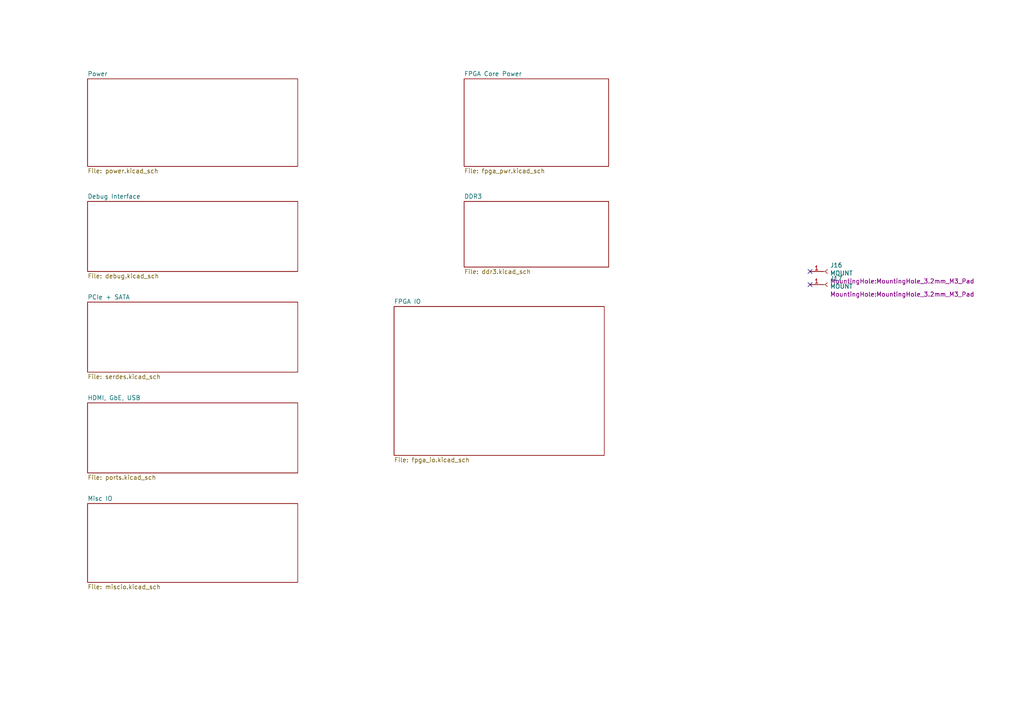
<source format=kicad_sch>
(kicad_sch (version 20211123) (generator eeschema)
  (paper "A4")
  (title_block (title "TrellisBoard") (date "2018-11-20") (rev "1.0") (company "David Shah"))
  (lib_symbols
    (symbol "Connector:Conn_01x01_Female" (pin_names (offset 1.016) hide)
      (property "Reference" "J" (at 0 2.54 0))
      (property "Value" "Conn_01x01_Female" (at 0 -2.54 0))
      (symbol "Conn_01x01_Female_1_1"
        (polyline (pts (xy -1.27 0) (xy -0.508 0)) (stroke (width 0.1524)))
        (arc (start 0 0.508) (mid -0.508 0) (end 0 -0.508) (stroke (width 0.1524)))
        (pin passive line (at -5.08 0 0) (length 3.81) (name "Pin_1") (number "1"))
      )
    )
  )
  (no_connect (at 234.95 82.55))
  (no_connect (at 234.95 78.74))
  (symbol (lib_id "Connector:Conn_01x01_Female") (at 240.03 78.74 0) (unit 1)
    (property "Reference" "J16" (at 240.7412 76.9366 0) (effects (justify left)))
    (property "Value" "MOUNT" (at 240.7412 79.248 0) (effects (justify left)))
    (property "Footprint" "MountingHole:MountingHole_3.2mm_M3_Pad" (at 240.7412 81.5594 0) (effects (justify left)))
  )
  (symbol (lib_id "Connector:Conn_01x01_Female") (at 240.03 82.55 0) (unit 1)
    (property "Reference" "J17" (at 240.7412 80.7466 0) (effects (justify left)))
    (property "Value" "MOUNT" (at 240.7412 83.058 0) (effects (justify left)))
    (property "Footprint" "MountingHole:MountingHole_3.2mm_M3_Pad" (at 240.7412 85.3694 0) (effects (justify left)))
  )
  (sheet (at 25.4 22.86) (size 60.96 25.4)
    (property "Sheet name" "Power" (at 25.4 22.1484 0) (effects (justify left bottom)))
    (property "Sheet file" "power.kicad_sch" (at 25.4 48.8446 0) (effects (justify left top)))
  )
  (sheet (at 134.62 22.86) (size 41.91 25.4)
    (property "Sheet name" "FPGA Core Power" (at 134.62 22.1484 0) (effects (justify left bottom)))
    (property "Sheet file" "fpga_pwr.kicad_sch" (at 134.62 48.8446 0) (effects (justify left top)))
  )
  (sheet (at 25.4 87.63) (size 60.96 20.32)
    (property "Sheet name" "PCIe + SATA" (at 25.4 86.9184 0) (effects (justify left bottom)))
    (property "Sheet file" "serdes.kicad_sch" (at 25.4 108.5346 0) (effects (justify left top)))
  )
  (sheet (at 25.4 116.84) (size 60.96 20.32)
    (property "Sheet name" "HDMI, GbE, USB" (at 25.4 116.1284 0) (effects (justify left bottom)))
    (property "Sheet file" "ports.kicad_sch" (at 25.4 137.7446 0) (effects (justify left top)))
  )
  (sheet (at 25.4 146.05) (size 60.96 22.86)
    (property "Sheet name" "Misc IO" (at 25.4 145.3384 0) (effects (justify left bottom)))
    (property "Sheet file" "miscio.kicad_sch" (at 25.4 169.4946 0) (effects (justify left top)))
  )
  (sheet (at 134.62 58.42) (size 41.91 19.05)
    (property "Sheet name" "DDR3" (at 134.62 57.7084 0) (effects (justify left bottom)))
    (property "Sheet file" "ddr3.kicad_sch" (at 134.62 78.0546 0) (effects (justify left top)))
  )
  (sheet (at 114.3 88.9) (size 60.96 43.18)
    (property "Sheet name" "FPGA IO" (at 114.3 88.1884 0) (effects (justify left bottom)))
    (property "Sheet file" "fpga_io.kicad_sch" (at 114.3 132.6646 0) (effects (justify left top)))
  )
  (sheet (at 25.4 58.42) (size 60.96 20.32)
    (property "Sheet name" "Debug Interface" (at 25.4 57.7084 0) (effects (justify left bottom)))
    (property "Sheet file" "debug.kicad_sch" (at 25.4 79.3246 0) (effects (justify left top)))
  )
)
</source>
